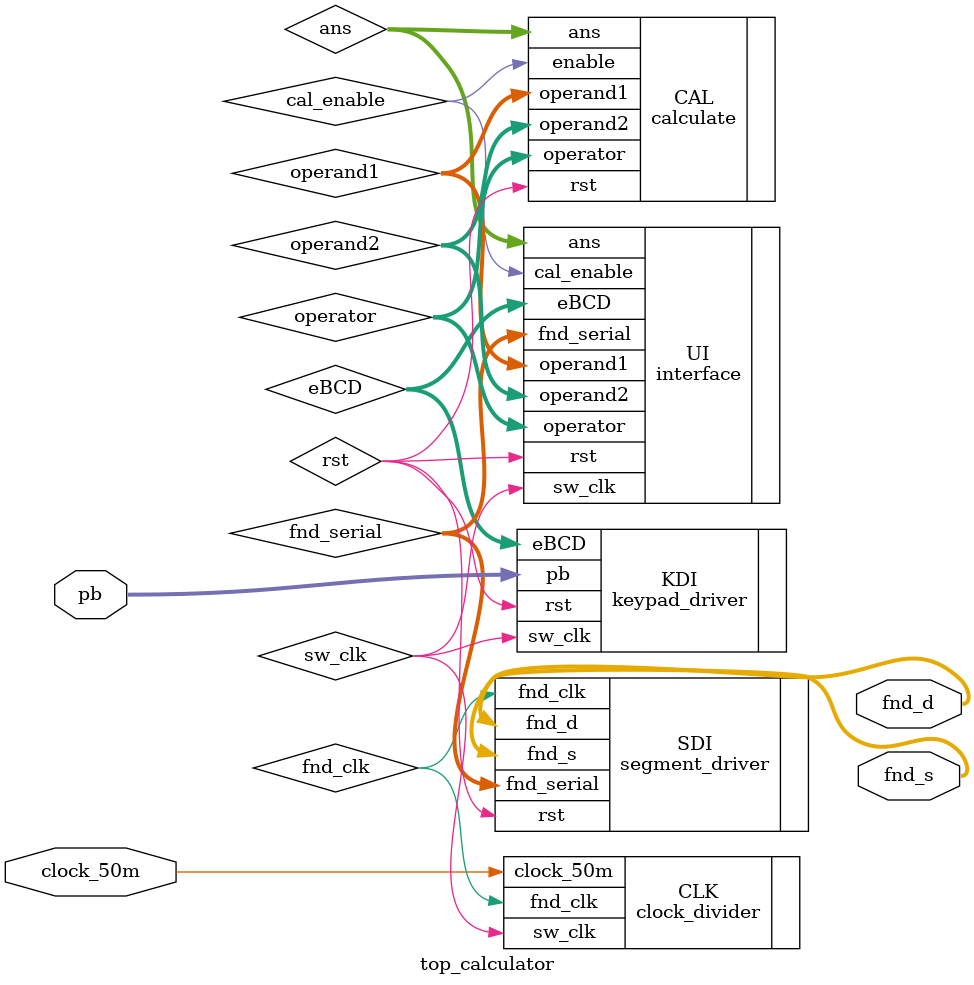
<source format=v>
module top_calculator(clock_50m, pb, fnd_s, fnd_d);
	/*Board input*/
	input clock_50m;		//º¸µå ÀÔ·Â 50MHz-clk
	input [15:0] pb;		//16bit key pad ÀÔ·Â
	/*segment_driver*/
	output [5:0] fnd_s;		//segment select negative decoder
	output [7:0] fnd_d;		//segment anode  positive decoder


	/*clock_divider*/
	wire sw_clk;				//2^(-21) ºÐÁÖ 
	wire fnd_clk;				//2^(-17) ºÐÁÖ

	/*keypad_driver*/
	wire [4:0]	eBCD;			//extended BCD code Å°ÆÐµå ÀÔ·Â µ¥ÀÌÅÍ
	wire rst;					//reset

	/*calculate*/
	wire [31:0]	ans;			//¿¬»ê °á°ú

	/*interface*/
	wire [31:0]	operand1;		//ÇÇ¿¬»êÀÚ
	wire [31:0]	operand2;		//ÇÇ¿¬»êÀÚ
	wire [2:0]	operator;		//¿¬»êÀÚ
	wire		cal_enable;		//¿¬»ê±â enable
	wire [31:0]	fnd_serial;		//segment Ãâ·Â µ¥ÀÌÅÍ


	/*clock ºÐÁÖ*/
	clock_divider	CLK     (.clock_50m(clock_50m),
							.sw_clk(sw_clk), .fnd_clk(fnd_clk));	
	/*segment Ãâ·Â*/
	segment_driver SDI     (.fnd_clk(fnd_clk), .rst(rst), .fnd_serial(fnd_serial),
							.fnd_s(fnd_s), .fnd_d(fnd_d));
	/*keypad ÀÔ·Â*/
	keypad_driver	KDI     (.sw_clk(sw_clk), .pb(pb),
							.eBCD(eBCD), .rst(rst));
	/*¿¬»ê±â+error detector*/

	calculate		CAL     (.enable(cal_enable), .rst(rst), .operand1(operand1), .operand2(operand2), .operator(operator),
							.ans(ans));
	/*interface*/
	interface		UI		(.sw_clk(sw_clk), .rst(rst), .eBCD(eBCD), .ans(ans),
							.operand1(operand1), .operand2(operand2), .operator(operator), .cal_enable(cal_enable), .fnd_serial(fnd_serial));

endmodule
</source>
